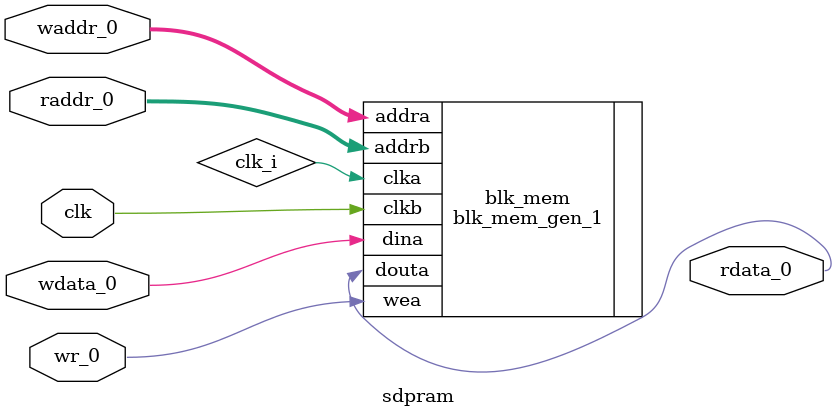
<source format=sv>
module sdpram
#(
  QPRAM_DEPTH = 1,
  QPRAM_PORT0_WIDTH = 1,
  QPRAM_PORT0_ADDR_WIDTH = 32
)
(
  input clk,

  input [QPRAM_PORT0_WIDTH-1:0] wdata_0,
  input [QPRAM_PORT0_ADDR_WIDTH-1:0] waddr_0,
  input wr_0,

  output logic [QPRAM_PORT0_WIDTH-1:0] rdata_0,
  input        [QPRAM_PORT0_ADDR_WIDTH-1:0] raddr_0
);

blk_mem_gen_1 blk_mem
(
 .clka(clk_i),
 .wea(wr_0),
 .addra(waddr_0),
 .dina(wdata_0),

 .clkb(clk),
 .addrb(raddr_0),
 .douta(rdata_0)
);


endmodule

</source>
